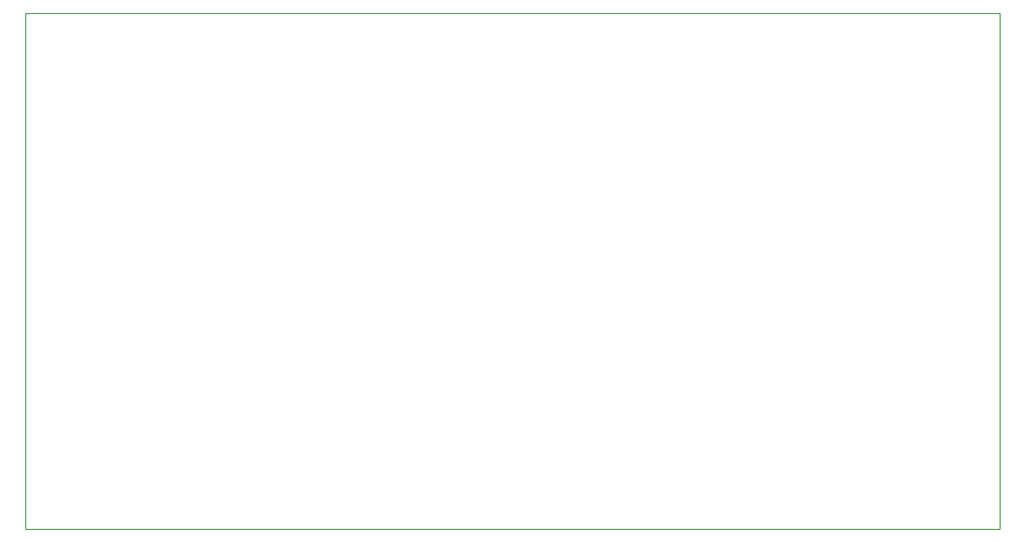
<source format=gbr>
%TF.GenerationSoftware,KiCad,Pcbnew,(6.0.4-0)*%
%TF.CreationDate,2022-10-27T23:32:19+02:00*%
%TF.ProjectId,NE2Pi,4e453250-692e-46b6-9963-61645f706362,rev?*%
%TF.SameCoordinates,Original*%
%TF.FileFunction,Profile,NP*%
%FSLAX46Y46*%
G04 Gerber Fmt 4.6, Leading zero omitted, Abs format (unit mm)*
G04 Created by KiCad (PCBNEW (6.0.4-0)) date 2022-10-27 23:32:19*
%MOMM*%
%LPD*%
G01*
G04 APERTURE LIST*
%TA.AperFunction,Profile*%
%ADD10C,0.100000*%
%TD*%
G04 APERTURE END LIST*
D10*
X99939200Y-12700000D02*
X187909200Y-12700000D01*
X187909200Y-12700000D02*
X187909200Y-59290000D01*
X187909200Y-59290000D02*
X99939200Y-59290000D01*
X99939200Y-59290000D02*
X99939200Y-12700000D01*
M02*

</source>
